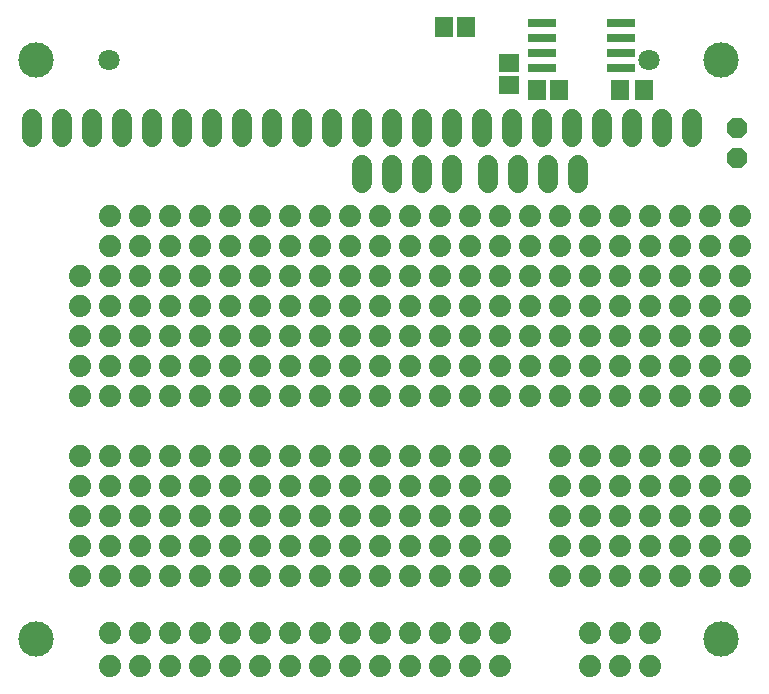
<source format=gts>
G75*
%MOIN*%
%OFA0B0*%
%FSLAX24Y24*%
%IPPOS*%
%LPD*%
%AMOC8*
5,1,8,0,0,1.08239X$1,22.5*
%
%ADD10R,0.0946X0.0316*%
%ADD11R,0.0710X0.0592*%
%ADD12R,0.0592X0.0710*%
%ADD13OC8,0.0680*%
%ADD14C,0.0680*%
%ADD15C,0.1182*%
%ADD16C,0.0710*%
%ADD17C,0.0740*%
D10*
X018339Y020650D03*
X018339Y021150D03*
X018339Y021650D03*
X018339Y022150D03*
X020961Y022150D03*
X020961Y021650D03*
X020961Y021150D03*
X020961Y020650D03*
D11*
X017250Y020824D03*
X017250Y020076D03*
D12*
X018176Y019900D03*
X018924Y019900D03*
X020956Y019900D03*
X021744Y019900D03*
X015824Y022000D03*
X015076Y022000D03*
D13*
X024850Y018650D03*
X024850Y017650D03*
D14*
X023350Y018350D02*
X023350Y018950D01*
X022350Y018950D02*
X022350Y018350D01*
X021350Y018350D02*
X021350Y018950D01*
X020350Y018950D02*
X020350Y018350D01*
X019350Y018350D02*
X019350Y018950D01*
X018350Y018950D02*
X018350Y018350D01*
X018550Y017400D02*
X018550Y016800D01*
X017550Y016800D02*
X017550Y017400D01*
X017350Y018350D02*
X017350Y018950D01*
X016350Y018950D02*
X016350Y018350D01*
X016550Y017400D02*
X016550Y016800D01*
X015350Y016800D02*
X015350Y017400D01*
X015350Y018350D02*
X015350Y018950D01*
X014350Y018950D02*
X014350Y018350D01*
X014350Y017400D02*
X014350Y016800D01*
X013350Y016800D02*
X013350Y017400D01*
X013350Y018350D02*
X013350Y018950D01*
X012350Y018950D02*
X012350Y018350D01*
X011350Y018350D02*
X011350Y018950D01*
X010350Y018950D02*
X010350Y018350D01*
X009350Y018350D02*
X009350Y018950D01*
X008350Y018950D02*
X008350Y018350D01*
X007350Y018350D02*
X007350Y018950D01*
X006350Y018950D02*
X006350Y018350D01*
X005350Y018350D02*
X005350Y018950D01*
X004350Y018950D02*
X004350Y018350D01*
X003350Y018350D02*
X003350Y018950D01*
X002350Y018950D02*
X002350Y018350D01*
X001350Y018350D02*
X001350Y018950D01*
X012350Y017400D02*
X012350Y016800D01*
X019550Y016800D02*
X019550Y017400D01*
D15*
X001478Y001628D03*
X001478Y020919D03*
X024313Y020919D03*
X024313Y001628D03*
D16*
X021900Y020928D03*
X003900Y020928D03*
D17*
X003950Y015700D03*
X003950Y014700D03*
X004950Y014700D03*
X004950Y015700D03*
X005950Y015700D03*
X006950Y015700D03*
X006950Y014700D03*
X005950Y014700D03*
X005950Y013700D03*
X006950Y013700D03*
X006950Y012700D03*
X005950Y012700D03*
X004950Y012700D03*
X004950Y013700D03*
X003950Y013700D03*
X003950Y012700D03*
X002950Y012700D03*
X002950Y013700D03*
X002950Y011700D03*
X002950Y010700D03*
X003950Y010700D03*
X003950Y011700D03*
X004950Y011700D03*
X004950Y010700D03*
X005950Y010700D03*
X006950Y010700D03*
X006950Y011700D03*
X005950Y011700D03*
X007950Y011700D03*
X007950Y010700D03*
X008950Y010700D03*
X008950Y011700D03*
X009950Y011700D03*
X009950Y010700D03*
X010950Y010700D03*
X010950Y011700D03*
X011950Y011700D03*
X011950Y010700D03*
X012950Y010700D03*
X012950Y011700D03*
X013950Y011700D03*
X014950Y011700D03*
X014950Y010700D03*
X014950Y010700D03*
X013950Y010700D03*
X013950Y009700D03*
X014950Y009700D03*
X015950Y009700D03*
X016950Y009700D03*
X017950Y009700D03*
X018950Y009700D03*
X019950Y009700D03*
X020950Y009700D03*
X021950Y009700D03*
X022950Y009700D03*
X023950Y009700D03*
X024950Y009700D03*
X024950Y010700D03*
X024950Y011700D03*
X023950Y011700D03*
X023950Y010700D03*
X022950Y010700D03*
X021950Y010700D03*
X021950Y011700D03*
X022950Y011700D03*
X022950Y012700D03*
X021950Y012700D03*
X021950Y013700D03*
X022950Y013700D03*
X023950Y013700D03*
X023950Y012700D03*
X024950Y012700D03*
X024950Y013700D03*
X024950Y014700D03*
X024950Y015700D03*
X023950Y015700D03*
X023950Y014700D03*
X023950Y014700D03*
X022950Y014700D03*
X021950Y014700D03*
X021950Y015700D03*
X022950Y015700D03*
X020950Y015700D03*
X020950Y014700D03*
X019950Y014700D03*
X019950Y015700D03*
X018950Y015700D03*
X018950Y014700D03*
X017950Y014700D03*
X017950Y015700D03*
X016950Y015700D03*
X016950Y014700D03*
X015950Y014700D03*
X015950Y015700D03*
X014950Y015700D03*
X013950Y015700D03*
X013950Y014700D03*
X014950Y014700D03*
X014950Y013700D03*
X013950Y013700D03*
X013950Y012700D03*
X014950Y012700D03*
X015950Y012700D03*
X015950Y013700D03*
X016950Y013700D03*
X016950Y012700D03*
X017950Y012700D03*
X017950Y013700D03*
X018950Y013700D03*
X018950Y012700D03*
X019950Y012700D03*
X019950Y013700D03*
X020950Y013700D03*
X020950Y012700D03*
X020950Y011700D03*
X020950Y010700D03*
X019950Y010700D03*
X019950Y011700D03*
X018950Y011700D03*
X018950Y010700D03*
X017950Y010700D03*
X017950Y011700D03*
X016950Y011700D03*
X016950Y010700D03*
X015950Y010700D03*
X015950Y011700D03*
X012950Y012700D03*
X012950Y013700D03*
X011950Y013700D03*
X011950Y012700D03*
X010950Y012700D03*
X010950Y013700D03*
X009950Y013700D03*
X009950Y012700D03*
X008950Y012700D03*
X008950Y013700D03*
X007950Y013700D03*
X007950Y012700D03*
X007950Y014700D03*
X007950Y015700D03*
X008950Y015700D03*
X008950Y014700D03*
X009950Y014700D03*
X009950Y015700D03*
X010950Y015700D03*
X010950Y014700D03*
X011950Y014700D03*
X011950Y015700D03*
X012950Y015700D03*
X012950Y014700D03*
X012950Y009700D03*
X011950Y009700D03*
X010950Y009700D03*
X009950Y009700D03*
X008950Y009700D03*
X007950Y009700D03*
X006950Y009700D03*
X005950Y009700D03*
X004950Y009700D03*
X003950Y009700D03*
X002950Y009700D03*
X002950Y007700D03*
X003950Y007700D03*
X004950Y007700D03*
X005950Y007700D03*
X006950Y007700D03*
X007950Y007700D03*
X008950Y007700D03*
X009950Y007700D03*
X010950Y007700D03*
X011950Y007700D03*
X012950Y007700D03*
X013950Y007700D03*
X014950Y007700D03*
X015950Y007700D03*
X016950Y007700D03*
X016950Y006700D03*
X016950Y005700D03*
X015950Y005700D03*
X015950Y006700D03*
X014950Y006700D03*
X013950Y006700D03*
X013950Y005700D03*
X014950Y005700D03*
X014950Y004700D03*
X013950Y004700D03*
X013950Y003700D03*
X014950Y003700D03*
X015950Y003700D03*
X015950Y004700D03*
X016950Y004700D03*
X016950Y003700D03*
X018950Y003700D03*
X018950Y004700D03*
X019950Y004700D03*
X019950Y003700D03*
X020950Y003700D03*
X020950Y004700D03*
X021950Y004700D03*
X022950Y004700D03*
X022950Y003700D03*
X021950Y003700D03*
X023950Y003700D03*
X023950Y004700D03*
X024950Y004700D03*
X024950Y003700D03*
X024950Y005700D03*
X024950Y006700D03*
X023950Y006700D03*
X023950Y005700D03*
X022950Y005700D03*
X021950Y005700D03*
X021950Y006700D03*
X022950Y006700D03*
X022950Y007700D03*
X021950Y007700D03*
X020950Y007700D03*
X019950Y007700D03*
X018950Y007700D03*
X018950Y006700D03*
X018950Y005700D03*
X019950Y005700D03*
X019950Y006700D03*
X020950Y006700D03*
X020950Y005700D03*
X023950Y007700D03*
X024950Y007700D03*
X021950Y001800D03*
X020950Y001800D03*
X019950Y001800D03*
X019950Y000700D03*
X020950Y000700D03*
X021950Y000700D03*
X016950Y000700D03*
X015950Y000700D03*
X014950Y000700D03*
X013950Y000700D03*
X012950Y000700D03*
X011950Y000700D03*
X010950Y000700D03*
X009950Y000700D03*
X008950Y000700D03*
X007950Y000700D03*
X006950Y000700D03*
X005950Y000700D03*
X004950Y000700D03*
X003950Y000700D03*
X003950Y001800D03*
X004950Y001800D03*
X005950Y001800D03*
X006950Y001800D03*
X007950Y001800D03*
X008950Y001800D03*
X009950Y001800D03*
X010950Y001800D03*
X011950Y001800D03*
X012950Y001800D03*
X013950Y001800D03*
X014950Y001800D03*
X015950Y001800D03*
X016950Y001800D03*
X012950Y003700D03*
X012950Y004700D03*
X011950Y004700D03*
X011950Y003700D03*
X010950Y003700D03*
X010950Y004700D03*
X009950Y004700D03*
X009950Y003700D03*
X008950Y003700D03*
X008950Y004700D03*
X007950Y004700D03*
X007950Y003700D03*
X006950Y003700D03*
X005950Y003700D03*
X005950Y004700D03*
X006950Y004700D03*
X006950Y005700D03*
X005950Y005700D03*
X005950Y006700D03*
X006950Y006700D03*
X007950Y006700D03*
X007950Y005700D03*
X008950Y005700D03*
X008950Y006700D03*
X009950Y006700D03*
X009950Y005700D03*
X010950Y005700D03*
X010950Y006700D03*
X011950Y006700D03*
X011950Y005700D03*
X012950Y005700D03*
X012950Y006700D03*
X004950Y006700D03*
X004950Y005700D03*
X003950Y005700D03*
X003950Y006700D03*
X002950Y006700D03*
X002950Y005700D03*
X002950Y004700D03*
X002950Y003700D03*
X003950Y003700D03*
X003950Y004700D03*
X004950Y004700D03*
X004950Y003700D03*
M02*

</source>
